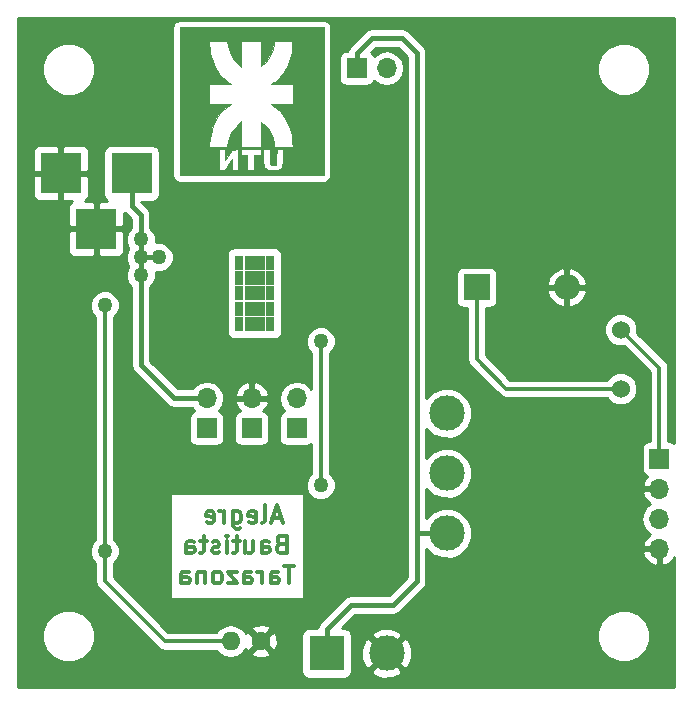
<source format=gbr>
G04 #@! TF.FileFunction,Copper,L2,Bot,Signal*
%FSLAX46Y46*%
G04 Gerber Fmt 4.6, Leading zero omitted, Abs format (unit mm)*
G04 Created by KiCad (PCBNEW 4.0.7) date 10/02/18 03:43:02*
%MOMM*%
%LPD*%
G01*
G04 APERTURE LIST*
%ADD10C,0.100000*%
%ADD11C,0.300000*%
%ADD12C,0.010000*%
%ADD13R,3.500000X3.500000*%
%ADD14R,1.700000X1.700000*%
%ADD15O,1.700000X1.700000*%
%ADD16R,2.200000X2.200000*%
%ADD17O,2.200000X2.200000*%
%ADD18C,1.524000*%
%ADD19C,1.600000*%
%ADD20O,1.600000X1.600000*%
%ADD21R,0.800000X1.300000*%
%ADD22R,1.800000X1.300000*%
%ADD23R,3.000000X3.000000*%
%ADD24C,3.000000*%
%ADD25C,1.270000*%
%ADD26C,0.400000*%
%ADD27C,0.254000*%
G04 APERTURE END LIST*
D10*
D11*
X112969999Y-113016000D02*
X112255713Y-113016000D01*
X113112856Y-113444571D02*
X112612856Y-111944571D01*
X112112856Y-113444571D01*
X111398570Y-113444571D02*
X111541428Y-113373143D01*
X111612856Y-113230286D01*
X111612856Y-111944571D01*
X110255714Y-113373143D02*
X110398571Y-113444571D01*
X110684285Y-113444571D01*
X110827142Y-113373143D01*
X110898571Y-113230286D01*
X110898571Y-112658857D01*
X110827142Y-112516000D01*
X110684285Y-112444571D01*
X110398571Y-112444571D01*
X110255714Y-112516000D01*
X110184285Y-112658857D01*
X110184285Y-112801714D01*
X110898571Y-112944571D01*
X108898571Y-112444571D02*
X108898571Y-113658857D01*
X108970000Y-113801714D01*
X109041428Y-113873143D01*
X109184285Y-113944571D01*
X109398571Y-113944571D01*
X109541428Y-113873143D01*
X108898571Y-113373143D02*
X109041428Y-113444571D01*
X109327142Y-113444571D01*
X109470000Y-113373143D01*
X109541428Y-113301714D01*
X109612857Y-113158857D01*
X109612857Y-112730286D01*
X109541428Y-112587429D01*
X109470000Y-112516000D01*
X109327142Y-112444571D01*
X109041428Y-112444571D01*
X108898571Y-112516000D01*
X108184285Y-113444571D02*
X108184285Y-112444571D01*
X108184285Y-112730286D02*
X108112857Y-112587429D01*
X108041428Y-112516000D01*
X107898571Y-112444571D01*
X107755714Y-112444571D01*
X106684286Y-113373143D02*
X106827143Y-113444571D01*
X107112857Y-113444571D01*
X107255714Y-113373143D01*
X107327143Y-113230286D01*
X107327143Y-112658857D01*
X107255714Y-112516000D01*
X107112857Y-112444571D01*
X106827143Y-112444571D01*
X106684286Y-112516000D01*
X106612857Y-112658857D01*
X106612857Y-112801714D01*
X107327143Y-112944571D01*
X112970000Y-115208857D02*
X112755714Y-115280286D01*
X112684286Y-115351714D01*
X112612857Y-115494571D01*
X112612857Y-115708857D01*
X112684286Y-115851714D01*
X112755714Y-115923143D01*
X112898572Y-115994571D01*
X113470000Y-115994571D01*
X113470000Y-114494571D01*
X112970000Y-114494571D01*
X112827143Y-114566000D01*
X112755714Y-114637429D01*
X112684286Y-114780286D01*
X112684286Y-114923143D01*
X112755714Y-115066000D01*
X112827143Y-115137429D01*
X112970000Y-115208857D01*
X113470000Y-115208857D01*
X111327143Y-115994571D02*
X111327143Y-115208857D01*
X111398572Y-115066000D01*
X111541429Y-114994571D01*
X111827143Y-114994571D01*
X111970000Y-115066000D01*
X111327143Y-115923143D02*
X111470000Y-115994571D01*
X111827143Y-115994571D01*
X111970000Y-115923143D01*
X112041429Y-115780286D01*
X112041429Y-115637429D01*
X111970000Y-115494571D01*
X111827143Y-115423143D01*
X111470000Y-115423143D01*
X111327143Y-115351714D01*
X109970000Y-114994571D02*
X109970000Y-115994571D01*
X110612857Y-114994571D02*
X110612857Y-115780286D01*
X110541429Y-115923143D01*
X110398571Y-115994571D01*
X110184286Y-115994571D01*
X110041429Y-115923143D01*
X109970000Y-115851714D01*
X109470000Y-114994571D02*
X108898571Y-114994571D01*
X109255714Y-114494571D02*
X109255714Y-115780286D01*
X109184286Y-115923143D01*
X109041428Y-115994571D01*
X108898571Y-115994571D01*
X108398571Y-115994571D02*
X108398571Y-114994571D01*
X108398571Y-114494571D02*
X108470000Y-114566000D01*
X108398571Y-114637429D01*
X108327143Y-114566000D01*
X108398571Y-114494571D01*
X108398571Y-114637429D01*
X107755714Y-115923143D02*
X107612857Y-115994571D01*
X107327142Y-115994571D01*
X107184285Y-115923143D01*
X107112857Y-115780286D01*
X107112857Y-115708857D01*
X107184285Y-115566000D01*
X107327142Y-115494571D01*
X107541428Y-115494571D01*
X107684285Y-115423143D01*
X107755714Y-115280286D01*
X107755714Y-115208857D01*
X107684285Y-115066000D01*
X107541428Y-114994571D01*
X107327142Y-114994571D01*
X107184285Y-115066000D01*
X106684285Y-114994571D02*
X106112856Y-114994571D01*
X106469999Y-114494571D02*
X106469999Y-115780286D01*
X106398571Y-115923143D01*
X106255713Y-115994571D01*
X106112856Y-115994571D01*
X104969999Y-115994571D02*
X104969999Y-115208857D01*
X105041428Y-115066000D01*
X105184285Y-114994571D01*
X105469999Y-114994571D01*
X105612856Y-115066000D01*
X104969999Y-115923143D02*
X105112856Y-115994571D01*
X105469999Y-115994571D01*
X105612856Y-115923143D01*
X105684285Y-115780286D01*
X105684285Y-115637429D01*
X105612856Y-115494571D01*
X105469999Y-115423143D01*
X105112856Y-115423143D01*
X104969999Y-115351714D01*
X114112857Y-117044571D02*
X113255714Y-117044571D01*
X113684285Y-118544571D02*
X113684285Y-117044571D01*
X112112857Y-118544571D02*
X112112857Y-117758857D01*
X112184286Y-117616000D01*
X112327143Y-117544571D01*
X112612857Y-117544571D01*
X112755714Y-117616000D01*
X112112857Y-118473143D02*
X112255714Y-118544571D01*
X112612857Y-118544571D01*
X112755714Y-118473143D01*
X112827143Y-118330286D01*
X112827143Y-118187429D01*
X112755714Y-118044571D01*
X112612857Y-117973143D01*
X112255714Y-117973143D01*
X112112857Y-117901714D01*
X111398571Y-118544571D02*
X111398571Y-117544571D01*
X111398571Y-117830286D02*
X111327143Y-117687429D01*
X111255714Y-117616000D01*
X111112857Y-117544571D01*
X110970000Y-117544571D01*
X109827143Y-118544571D02*
X109827143Y-117758857D01*
X109898572Y-117616000D01*
X110041429Y-117544571D01*
X110327143Y-117544571D01*
X110470000Y-117616000D01*
X109827143Y-118473143D02*
X109970000Y-118544571D01*
X110327143Y-118544571D01*
X110470000Y-118473143D01*
X110541429Y-118330286D01*
X110541429Y-118187429D01*
X110470000Y-118044571D01*
X110327143Y-117973143D01*
X109970000Y-117973143D01*
X109827143Y-117901714D01*
X109255714Y-117544571D02*
X108470000Y-117544571D01*
X109255714Y-118544571D01*
X108470000Y-118544571D01*
X107684285Y-118544571D02*
X107827143Y-118473143D01*
X107898571Y-118401714D01*
X107970000Y-118258857D01*
X107970000Y-117830286D01*
X107898571Y-117687429D01*
X107827143Y-117616000D01*
X107684285Y-117544571D01*
X107470000Y-117544571D01*
X107327143Y-117616000D01*
X107255714Y-117687429D01*
X107184285Y-117830286D01*
X107184285Y-118258857D01*
X107255714Y-118401714D01*
X107327143Y-118473143D01*
X107470000Y-118544571D01*
X107684285Y-118544571D01*
X106541428Y-117544571D02*
X106541428Y-118544571D01*
X106541428Y-117687429D02*
X106470000Y-117616000D01*
X106327142Y-117544571D01*
X106112857Y-117544571D01*
X105970000Y-117616000D01*
X105898571Y-117758857D01*
X105898571Y-118544571D01*
X104541428Y-118544571D02*
X104541428Y-117758857D01*
X104612857Y-117616000D01*
X104755714Y-117544571D01*
X105041428Y-117544571D01*
X105184285Y-117616000D01*
X104541428Y-118473143D02*
X104684285Y-118544571D01*
X105041428Y-118544571D01*
X105184285Y-118473143D01*
X105255714Y-118330286D01*
X105255714Y-118187429D01*
X105184285Y-118044571D01*
X105041428Y-117973143D01*
X104684285Y-117973143D01*
X104541428Y-117901714D01*
D12*
G36*
X104394000Y-83972400D02*
X116586000Y-83972400D01*
X116586000Y-81788000D01*
X113139280Y-81788000D01*
X113122740Y-82495263D01*
X113115180Y-82778068D01*
X113105803Y-82978250D01*
X113091383Y-83114778D01*
X113068693Y-83206618D01*
X113034507Y-83272740D01*
X112985596Y-83332110D01*
X112979200Y-83339019D01*
X112864607Y-83446334D01*
X112744965Y-83512833D01*
X112591107Y-83548023D01*
X112373865Y-83561414D01*
X112293400Y-83562590D01*
X112063397Y-83554976D01*
X111898843Y-83523081D01*
X111769644Y-83463097D01*
X111648675Y-83370255D01*
X111561811Y-83250913D01*
X111504124Y-83088398D01*
X111470685Y-82866033D01*
X111456565Y-82567145D01*
X111455200Y-82399231D01*
X111455200Y-81788000D01*
X111252000Y-81788000D01*
X111252000Y-82245200D01*
X110693200Y-82245200D01*
X110693200Y-83566000D01*
X110134400Y-83566000D01*
X109372400Y-83566000D01*
X108868213Y-83566000D01*
X108853607Y-83096100D01*
X108839000Y-82626200D01*
X108201380Y-83566000D01*
X107696000Y-83566000D01*
X107696000Y-81788000D01*
X108200188Y-81788000D01*
X108229400Y-82709650D01*
X108844968Y-81813400D01*
X109372400Y-81782690D01*
X109372400Y-83566000D01*
X110134400Y-83566000D01*
X110134400Y-82245200D01*
X109575600Y-82245200D01*
X109575600Y-81788000D01*
X111252000Y-81788000D01*
X111455200Y-81788000D01*
X112014000Y-81788000D01*
X112014000Y-82393971D01*
X112016727Y-82667494D01*
X112026271Y-82857102D01*
X112044677Y-82980368D01*
X112073991Y-83054866D01*
X112093829Y-83079771D01*
X112211058Y-83142415D01*
X112356793Y-83155820D01*
X112482754Y-83118838D01*
X112516680Y-83089811D01*
X112542993Y-83007935D01*
X112564701Y-82840806D01*
X112580146Y-82604730D01*
X112586400Y-82404202D01*
X112598200Y-81788382D01*
X113139280Y-81788000D01*
X116586000Y-81788000D01*
X116586000Y-76301600D01*
X113997717Y-76301600D01*
X113983759Y-77118943D01*
X113969800Y-77936286D01*
X113068100Y-77929683D01*
X112778474Y-77929702D01*
X112527857Y-77933806D01*
X112332303Y-77941396D01*
X112207868Y-77951872D01*
X112169949Y-77963240D01*
X112209876Y-78010417D01*
X112312262Y-78098640D01*
X112456534Y-78210403D01*
X112485814Y-78232000D01*
X112883694Y-78583875D01*
X113228503Y-79012286D01*
X113513131Y-79503159D01*
X113730467Y-80042420D01*
X113873403Y-80615995D01*
X113929369Y-81089500D01*
X113959175Y-81584800D01*
X112426626Y-81584800D01*
X112394054Y-81343500D01*
X112288454Y-80866444D01*
X112109588Y-80420225D01*
X111867834Y-80026376D01*
X111629689Y-79757361D01*
X111490901Y-79632631D01*
X111376532Y-79541678D01*
X111309277Y-79502398D01*
X111305841Y-79502000D01*
X111285109Y-79550322D01*
X111269443Y-79696035D01*
X111258785Y-79940254D01*
X111253080Y-80284097D01*
X111252000Y-80568800D01*
X111252000Y-81635600D01*
X109628382Y-81635600D01*
X109601000Y-79425800D01*
X109244477Y-79781400D01*
X108956954Y-80106231D01*
X108747686Y-80439055D01*
X108600046Y-80811367D01*
X108513894Y-81165170D01*
X108432600Y-81584466D01*
X107654788Y-81584633D01*
X106876975Y-81584800D01*
X106903392Y-81368900D01*
X106922913Y-81197451D01*
X106945684Y-80980595D01*
X106961099Y-80824264D01*
X107015481Y-80497509D01*
X107114415Y-80126739D01*
X107244825Y-79751614D01*
X107393634Y-79411794D01*
X107478867Y-79253834D01*
X107642820Y-79008658D01*
X107847255Y-78750585D01*
X108069935Y-78504046D01*
X108288620Y-78293471D01*
X108481072Y-78143292D01*
X108501494Y-78130400D01*
X108623494Y-78048290D01*
X108698934Y-77983026D01*
X108710634Y-77963083D01*
X108662974Y-77950993D01*
X108529737Y-77941999D01*
X108326916Y-77936545D01*
X108070498Y-77935076D01*
X107797540Y-77937683D01*
X106883079Y-77952600D01*
X106883140Y-77127100D01*
X106883200Y-76301600D01*
X108786844Y-76301600D01*
X108529346Y-76128190D01*
X108282952Y-75932734D01*
X108019671Y-75674331D01*
X107765883Y-75381960D01*
X107547972Y-75084599D01*
X107478867Y-74974310D01*
X107325529Y-74671411D01*
X107183328Y-74311030D01*
X107065373Y-73932912D01*
X106984773Y-73576801D01*
X106961099Y-73404535D01*
X106939714Y-73189918D01*
X106917224Y-72979595D01*
X106903392Y-72859900D01*
X106876975Y-72644000D01*
X107654788Y-72644166D01*
X108432600Y-72644333D01*
X108517828Y-73083706D01*
X108640767Y-73545614D01*
X108822122Y-73939242D01*
X109073630Y-74286550D01*
X109266943Y-74485446D01*
X109601000Y-74797998D01*
X109614711Y-73720999D01*
X109628421Y-72644000D01*
X111252000Y-72644000D01*
X111252000Y-73685400D01*
X111254515Y-74091126D01*
X111262091Y-74396365D01*
X111274781Y-74602105D01*
X111292636Y-74709335D01*
X111305841Y-74726800D01*
X111366768Y-74694049D01*
X111477217Y-74607728D01*
X111614491Y-74485733D01*
X111629689Y-74471438D01*
X111915309Y-74136670D01*
X112146559Y-73731855D01*
X112313062Y-73278527D01*
X112394054Y-72885300D01*
X112426626Y-72644000D01*
X113944400Y-72644000D01*
X113944401Y-72976341D01*
X113896316Y-73561193D01*
X113757201Y-74137662D01*
X113534765Y-74690231D01*
X113236714Y-75203382D01*
X112870758Y-75661594D01*
X112444605Y-76049351D01*
X112402112Y-76081336D01*
X112104424Y-76301600D01*
X113997717Y-76301600D01*
X116586000Y-76301600D01*
X116586000Y-71475600D01*
X104394000Y-71475600D01*
X104394000Y-83972400D01*
X104394000Y-83972400D01*
G37*
X104394000Y-83972400D02*
X116586000Y-83972400D01*
X116586000Y-81788000D01*
X113139280Y-81788000D01*
X113122740Y-82495263D01*
X113115180Y-82778068D01*
X113105803Y-82978250D01*
X113091383Y-83114778D01*
X113068693Y-83206618D01*
X113034507Y-83272740D01*
X112985596Y-83332110D01*
X112979200Y-83339019D01*
X112864607Y-83446334D01*
X112744965Y-83512833D01*
X112591107Y-83548023D01*
X112373865Y-83561414D01*
X112293400Y-83562590D01*
X112063397Y-83554976D01*
X111898843Y-83523081D01*
X111769644Y-83463097D01*
X111648675Y-83370255D01*
X111561811Y-83250913D01*
X111504124Y-83088398D01*
X111470685Y-82866033D01*
X111456565Y-82567145D01*
X111455200Y-82399231D01*
X111455200Y-81788000D01*
X111252000Y-81788000D01*
X111252000Y-82245200D01*
X110693200Y-82245200D01*
X110693200Y-83566000D01*
X110134400Y-83566000D01*
X109372400Y-83566000D01*
X108868213Y-83566000D01*
X108853607Y-83096100D01*
X108839000Y-82626200D01*
X108201380Y-83566000D01*
X107696000Y-83566000D01*
X107696000Y-81788000D01*
X108200188Y-81788000D01*
X108229400Y-82709650D01*
X108844968Y-81813400D01*
X109372400Y-81782690D01*
X109372400Y-83566000D01*
X110134400Y-83566000D01*
X110134400Y-82245200D01*
X109575600Y-82245200D01*
X109575600Y-81788000D01*
X111252000Y-81788000D01*
X111455200Y-81788000D01*
X112014000Y-81788000D01*
X112014000Y-82393971D01*
X112016727Y-82667494D01*
X112026271Y-82857102D01*
X112044677Y-82980368D01*
X112073991Y-83054866D01*
X112093829Y-83079771D01*
X112211058Y-83142415D01*
X112356793Y-83155820D01*
X112482754Y-83118838D01*
X112516680Y-83089811D01*
X112542993Y-83007935D01*
X112564701Y-82840806D01*
X112580146Y-82604730D01*
X112586400Y-82404202D01*
X112598200Y-81788382D01*
X113139280Y-81788000D01*
X116586000Y-81788000D01*
X116586000Y-76301600D01*
X113997717Y-76301600D01*
X113983759Y-77118943D01*
X113969800Y-77936286D01*
X113068100Y-77929683D01*
X112778474Y-77929702D01*
X112527857Y-77933806D01*
X112332303Y-77941396D01*
X112207868Y-77951872D01*
X112169949Y-77963240D01*
X112209876Y-78010417D01*
X112312262Y-78098640D01*
X112456534Y-78210403D01*
X112485814Y-78232000D01*
X112883694Y-78583875D01*
X113228503Y-79012286D01*
X113513131Y-79503159D01*
X113730467Y-80042420D01*
X113873403Y-80615995D01*
X113929369Y-81089500D01*
X113959175Y-81584800D01*
X112426626Y-81584800D01*
X112394054Y-81343500D01*
X112288454Y-80866444D01*
X112109588Y-80420225D01*
X111867834Y-80026376D01*
X111629689Y-79757361D01*
X111490901Y-79632631D01*
X111376532Y-79541678D01*
X111309277Y-79502398D01*
X111305841Y-79502000D01*
X111285109Y-79550322D01*
X111269443Y-79696035D01*
X111258785Y-79940254D01*
X111253080Y-80284097D01*
X111252000Y-80568800D01*
X111252000Y-81635600D01*
X109628382Y-81635600D01*
X109601000Y-79425800D01*
X109244477Y-79781400D01*
X108956954Y-80106231D01*
X108747686Y-80439055D01*
X108600046Y-80811367D01*
X108513894Y-81165170D01*
X108432600Y-81584466D01*
X107654788Y-81584633D01*
X106876975Y-81584800D01*
X106903392Y-81368900D01*
X106922913Y-81197451D01*
X106945684Y-80980595D01*
X106961099Y-80824264D01*
X107015481Y-80497509D01*
X107114415Y-80126739D01*
X107244825Y-79751614D01*
X107393634Y-79411794D01*
X107478867Y-79253834D01*
X107642820Y-79008658D01*
X107847255Y-78750585D01*
X108069935Y-78504046D01*
X108288620Y-78293471D01*
X108481072Y-78143292D01*
X108501494Y-78130400D01*
X108623494Y-78048290D01*
X108698934Y-77983026D01*
X108710634Y-77963083D01*
X108662974Y-77950993D01*
X108529737Y-77941999D01*
X108326916Y-77936545D01*
X108070498Y-77935076D01*
X107797540Y-77937683D01*
X106883079Y-77952600D01*
X106883140Y-77127100D01*
X106883200Y-76301600D01*
X108786844Y-76301600D01*
X108529346Y-76128190D01*
X108282952Y-75932734D01*
X108019671Y-75674331D01*
X107765883Y-75381960D01*
X107547972Y-75084599D01*
X107478867Y-74974310D01*
X107325529Y-74671411D01*
X107183328Y-74311030D01*
X107065373Y-73932912D01*
X106984773Y-73576801D01*
X106961099Y-73404535D01*
X106939714Y-73189918D01*
X106917224Y-72979595D01*
X106903392Y-72859900D01*
X106876975Y-72644000D01*
X107654788Y-72644166D01*
X108432600Y-72644333D01*
X108517828Y-73083706D01*
X108640767Y-73545614D01*
X108822122Y-73939242D01*
X109073630Y-74286550D01*
X109266943Y-74485446D01*
X109601000Y-74797998D01*
X109614711Y-73720999D01*
X109628421Y-72644000D01*
X111252000Y-72644000D01*
X111252000Y-73685400D01*
X111254515Y-74091126D01*
X111262091Y-74396365D01*
X111274781Y-74602105D01*
X111292636Y-74709335D01*
X111305841Y-74726800D01*
X111366768Y-74694049D01*
X111477217Y-74607728D01*
X111614491Y-74485733D01*
X111629689Y-74471438D01*
X111915309Y-74136670D01*
X112146559Y-73731855D01*
X112313062Y-73278527D01*
X112394054Y-72885300D01*
X112426626Y-72644000D01*
X113944400Y-72644000D01*
X113944401Y-72976341D01*
X113896316Y-73561193D01*
X113757201Y-74137662D01*
X113534765Y-74690231D01*
X113236714Y-75203382D01*
X112870758Y-75661594D01*
X112444605Y-76049351D01*
X112402112Y-76081336D01*
X112104424Y-76301600D01*
X113997717Y-76301600D01*
X116586000Y-76301600D01*
X116586000Y-71475600D01*
X104394000Y-71475600D01*
X104394000Y-83972400D01*
D13*
X100330000Y-83820000D03*
X94330000Y-83820000D03*
X97330000Y-88520000D03*
D14*
X114300000Y-105410000D03*
D15*
X114300000Y-102870000D03*
D16*
X129540000Y-93472000D03*
D17*
X137160000Y-93472000D03*
D18*
X141732000Y-102068000D03*
X141732000Y-97068000D03*
D14*
X145000000Y-108000000D03*
D15*
X145000000Y-110540000D03*
X145000000Y-113080000D03*
X145000000Y-115620000D03*
D19*
X111252000Y-123444000D03*
D20*
X108712000Y-123444000D03*
D21*
X112044000Y-91380000D03*
D22*
X110744000Y-96580000D03*
X110744000Y-95280000D03*
X110744000Y-91380000D03*
X110744000Y-92680000D03*
X110744000Y-93980000D03*
D21*
X109444000Y-91380000D03*
X109444000Y-92680000D03*
X109444000Y-93980000D03*
X109444000Y-95280000D03*
X109444000Y-96580000D03*
X112044000Y-96580000D03*
X112044000Y-95280000D03*
X112044000Y-93980000D03*
X112044000Y-92680000D03*
D14*
X106680000Y-105410000D03*
D15*
X106680000Y-102870000D03*
D14*
X110490000Y-105410000D03*
D15*
X110490000Y-102870000D03*
D23*
X116840000Y-124460000D03*
D24*
X121920000Y-124460000D03*
D14*
X119380000Y-74930000D03*
D15*
X121920000Y-74930000D03*
D24*
X127000000Y-104140000D03*
X127000000Y-114300000D03*
X127000000Y-109220000D03*
D25*
X101092000Y-90932000D03*
X102616000Y-90932000D03*
X101092000Y-89408000D03*
X101092000Y-92456000D03*
X98044000Y-94996000D03*
X98044000Y-115824000D03*
X116332000Y-110236000D03*
X116332000Y-98044000D03*
D26*
X119380000Y-74930000D02*
X119380000Y-73660000D01*
X119380000Y-73660000D02*
X120650000Y-72390000D01*
X120650000Y-72390000D02*
X123190000Y-72390000D01*
X123190000Y-72390000D02*
X124460000Y-73660000D01*
X124460000Y-73660000D02*
X124460000Y-114300000D01*
X116840000Y-124460000D02*
X116840000Y-122428000D01*
X122428000Y-120396000D02*
X124460000Y-118364000D01*
X118872000Y-120396000D02*
X122428000Y-120396000D01*
X116840000Y-122428000D02*
X118872000Y-120396000D01*
X124460000Y-114300000D02*
X127000000Y-114300000D01*
X124460000Y-118364000D02*
X124460000Y-113792000D01*
X124460000Y-113792000D02*
X124460000Y-114300000D01*
X101092000Y-92456000D02*
X101092000Y-100076000D01*
X103886000Y-102870000D02*
X106680000Y-102870000D01*
X101092000Y-100076000D02*
X103886000Y-102870000D01*
X101092000Y-89408000D02*
X101092000Y-87376000D01*
X100330000Y-86614000D02*
X100330000Y-83820000D01*
X101092000Y-87376000D02*
X100330000Y-86614000D01*
X101092000Y-90932000D02*
X102616000Y-90932000D01*
X101092000Y-89408000D02*
X101092000Y-90932000D01*
X101092000Y-90932000D02*
X101092000Y-92456000D01*
D11*
X141732000Y-97068000D02*
X141772000Y-97068000D01*
X141772000Y-97068000D02*
X145000000Y-100296000D01*
X145000000Y-100296000D02*
X145000000Y-108000000D01*
X129540000Y-93472000D02*
X129540000Y-99568000D01*
X132040000Y-102068000D02*
X141732000Y-102068000D01*
X129540000Y-99568000D02*
X132040000Y-102068000D01*
X98044000Y-114808000D02*
X98044000Y-115824000D01*
X98044000Y-111252000D02*
X98044000Y-114808000D01*
X98044000Y-104140000D02*
X98044000Y-111252000D01*
X98044000Y-94996000D02*
X98044000Y-104140000D01*
X98044000Y-115824000D02*
X98044000Y-118364000D01*
X103124000Y-123444000D02*
X108712000Y-123444000D01*
X98044000Y-118364000D02*
X103124000Y-123444000D01*
X116332000Y-109220000D02*
X116332000Y-110236000D01*
X116332000Y-98044000D02*
X116332000Y-109220000D01*
D27*
G36*
X146290000Y-106682099D02*
X146101890Y-106553569D01*
X145850000Y-106502560D01*
X145785000Y-106502560D01*
X145785000Y-100296000D01*
X145725245Y-99995594D01*
X145725245Y-99995593D01*
X145555079Y-99740921D01*
X143128785Y-97314627D01*
X143129242Y-96791339D01*
X142917010Y-96277697D01*
X142524370Y-95884371D01*
X142011100Y-95671243D01*
X141455339Y-95670758D01*
X140941697Y-95882990D01*
X140548371Y-96275630D01*
X140335243Y-96788900D01*
X140334758Y-97344661D01*
X140546990Y-97858303D01*
X140939630Y-98251629D01*
X141452900Y-98464757D01*
X142008661Y-98465242D01*
X142044341Y-98450499D01*
X144215000Y-100621158D01*
X144215000Y-106502560D01*
X144150000Y-106502560D01*
X143914683Y-106546838D01*
X143698559Y-106685910D01*
X143553569Y-106898110D01*
X143502560Y-107150000D01*
X143502560Y-108850000D01*
X143546838Y-109085317D01*
X143685910Y-109301441D01*
X143898110Y-109446431D01*
X144006107Y-109468301D01*
X143728355Y-109773076D01*
X143558524Y-110183110D01*
X143679845Y-110413000D01*
X144873000Y-110413000D01*
X144873000Y-110393000D01*
X145127000Y-110393000D01*
X145127000Y-110413000D01*
X145147000Y-110413000D01*
X145147000Y-110667000D01*
X145127000Y-110667000D01*
X145127000Y-110687000D01*
X144873000Y-110687000D01*
X144873000Y-110667000D01*
X143679845Y-110667000D01*
X143558524Y-110896890D01*
X143728355Y-111306924D01*
X144118642Y-111735183D01*
X144261553Y-111802298D01*
X143920853Y-112029946D01*
X143598946Y-112511715D01*
X143485907Y-113080000D01*
X143598946Y-113648285D01*
X143920853Y-114130054D01*
X144261553Y-114357702D01*
X144118642Y-114424817D01*
X143728355Y-114853076D01*
X143558524Y-115263110D01*
X143679845Y-115493000D01*
X144873000Y-115493000D01*
X144873000Y-115473000D01*
X145127000Y-115473000D01*
X145127000Y-115493000D01*
X145147000Y-115493000D01*
X145147000Y-115747000D01*
X145127000Y-115747000D01*
X145127000Y-116940819D01*
X145356892Y-117061486D01*
X145881358Y-116815183D01*
X146271645Y-116386924D01*
X146290000Y-116342608D01*
X146290000Y-127290000D01*
X90710000Y-127290000D01*
X90710000Y-123442619D01*
X92764613Y-123442619D01*
X93104155Y-124264372D01*
X93732321Y-124893636D01*
X94553481Y-125234611D01*
X95442619Y-125235387D01*
X96264372Y-124895845D01*
X96893636Y-124267679D01*
X97234611Y-123446519D01*
X97235387Y-122557381D01*
X96895845Y-121735628D01*
X96267679Y-121106364D01*
X95446519Y-120765389D01*
X94557381Y-120764613D01*
X93735628Y-121104155D01*
X93106364Y-121732321D01*
X92765389Y-122553481D01*
X92764613Y-123442619D01*
X90710000Y-123442619D01*
X90710000Y-95247510D01*
X96773780Y-95247510D01*
X96966718Y-95714458D01*
X97259000Y-96007250D01*
X97259000Y-114813144D01*
X96967974Y-115103663D01*
X96774221Y-115570273D01*
X96773780Y-116075510D01*
X96966718Y-116542458D01*
X97259000Y-116835250D01*
X97259000Y-118364000D01*
X97318755Y-118664407D01*
X97488921Y-118919079D01*
X102568921Y-123999079D01*
X102823594Y-124169245D01*
X103124000Y-124229000D01*
X107515709Y-124229000D01*
X107669189Y-124458698D01*
X108134736Y-124769767D01*
X108683887Y-124879000D01*
X108740113Y-124879000D01*
X109289264Y-124769767D01*
X109754811Y-124458698D01*
X109759456Y-124451745D01*
X110423861Y-124451745D01*
X110497995Y-124697864D01*
X111035223Y-124890965D01*
X111605454Y-124863778D01*
X112006005Y-124697864D01*
X112080139Y-124451745D01*
X111252000Y-123623605D01*
X110423861Y-124451745D01*
X109759456Y-124451745D01*
X109971679Y-124134132D01*
X109998136Y-124198005D01*
X110244255Y-124272139D01*
X111072395Y-123444000D01*
X111431605Y-123444000D01*
X112259745Y-124272139D01*
X112505864Y-124198005D01*
X112698965Y-123660777D01*
X112671778Y-123090546D01*
X112617704Y-122960000D01*
X114692560Y-122960000D01*
X114692560Y-125960000D01*
X114736838Y-126195317D01*
X114875910Y-126411441D01*
X115088110Y-126556431D01*
X115340000Y-126607440D01*
X118340000Y-126607440D01*
X118575317Y-126563162D01*
X118791441Y-126424090D01*
X118936431Y-126211890D01*
X118984611Y-125973970D01*
X120585635Y-125973970D01*
X120745418Y-126292739D01*
X121536187Y-126602723D01*
X122385387Y-126586497D01*
X123094582Y-126292739D01*
X123254365Y-125973970D01*
X121920000Y-124639605D01*
X120585635Y-125973970D01*
X118984611Y-125973970D01*
X118987440Y-125960000D01*
X118987440Y-124076187D01*
X119777277Y-124076187D01*
X119793503Y-124925387D01*
X120087261Y-125634582D01*
X120406030Y-125794365D01*
X121740395Y-124460000D01*
X122099605Y-124460000D01*
X123433970Y-125794365D01*
X123752739Y-125634582D01*
X124062723Y-124843813D01*
X124046497Y-123994613D01*
X123817854Y-123442619D01*
X139764613Y-123442619D01*
X140104155Y-124264372D01*
X140732321Y-124893636D01*
X141553481Y-125234611D01*
X142442619Y-125235387D01*
X143264372Y-124895845D01*
X143893636Y-124267679D01*
X144234611Y-123446519D01*
X144235387Y-122557381D01*
X143895845Y-121735628D01*
X143267679Y-121106364D01*
X142446519Y-120765389D01*
X141557381Y-120764613D01*
X140735628Y-121104155D01*
X140106364Y-121732321D01*
X139765389Y-122553481D01*
X139764613Y-123442619D01*
X123817854Y-123442619D01*
X123752739Y-123285418D01*
X123433970Y-123125635D01*
X122099605Y-124460000D01*
X121740395Y-124460000D01*
X120406030Y-123125635D01*
X120087261Y-123285418D01*
X119777277Y-124076187D01*
X118987440Y-124076187D01*
X118987440Y-122960000D01*
X118984812Y-122946030D01*
X120585635Y-122946030D01*
X121920000Y-124280395D01*
X123254365Y-122946030D01*
X123094582Y-122627261D01*
X122303813Y-122317277D01*
X121454613Y-122333503D01*
X120745418Y-122627261D01*
X120585635Y-122946030D01*
X118984812Y-122946030D01*
X118943162Y-122724683D01*
X118804090Y-122508559D01*
X118591890Y-122363569D01*
X118340000Y-122312560D01*
X118136308Y-122312560D01*
X119217868Y-121231000D01*
X122428000Y-121231000D01*
X122747541Y-121167439D01*
X123018434Y-120986434D01*
X125050434Y-118954434D01*
X125074057Y-118919079D01*
X125231439Y-118683541D01*
X125295000Y-118364000D01*
X125295000Y-115614005D01*
X125789041Y-116108909D01*
X126573459Y-116434628D01*
X127422815Y-116435370D01*
X128207800Y-116111020D01*
X128342164Y-115976890D01*
X143558524Y-115976890D01*
X143728355Y-116386924D01*
X144118642Y-116815183D01*
X144643108Y-117061486D01*
X144873000Y-116940819D01*
X144873000Y-115747000D01*
X143679845Y-115747000D01*
X143558524Y-115976890D01*
X128342164Y-115976890D01*
X128808909Y-115510959D01*
X129134628Y-114726541D01*
X129135370Y-113877185D01*
X128811020Y-113092200D01*
X128210959Y-112491091D01*
X127426541Y-112165372D01*
X126577185Y-112164630D01*
X125792200Y-112488980D01*
X125295000Y-112985313D01*
X125295000Y-110534005D01*
X125789041Y-111028909D01*
X126573459Y-111354628D01*
X127422815Y-111355370D01*
X128207800Y-111031020D01*
X128808909Y-110430959D01*
X129134628Y-109646541D01*
X129135370Y-108797185D01*
X128811020Y-108012200D01*
X128210959Y-107411091D01*
X127426541Y-107085372D01*
X126577185Y-107084630D01*
X125792200Y-107408980D01*
X125295000Y-107905313D01*
X125295000Y-105454005D01*
X125789041Y-105948909D01*
X126573459Y-106274628D01*
X127422815Y-106275370D01*
X128207800Y-105951020D01*
X128808909Y-105350959D01*
X129134628Y-104566541D01*
X129135370Y-103717185D01*
X128811020Y-102932200D01*
X128210959Y-102331091D01*
X127426541Y-102005372D01*
X126577185Y-102004630D01*
X125792200Y-102328980D01*
X125295000Y-102825313D01*
X125295000Y-92372000D01*
X127792560Y-92372000D01*
X127792560Y-94572000D01*
X127836838Y-94807317D01*
X127975910Y-95023441D01*
X128188110Y-95168431D01*
X128440000Y-95219440D01*
X128755000Y-95219440D01*
X128755000Y-99568000D01*
X128814755Y-99868407D01*
X128984921Y-100123079D01*
X131484921Y-102623079D01*
X131739594Y-102793245D01*
X132040000Y-102853000D01*
X140544799Y-102853000D01*
X140546990Y-102858303D01*
X140939630Y-103251629D01*
X141452900Y-103464757D01*
X142008661Y-103465242D01*
X142522303Y-103253010D01*
X142915629Y-102860370D01*
X143128757Y-102347100D01*
X143129242Y-101791339D01*
X142917010Y-101277697D01*
X142524370Y-100884371D01*
X142011100Y-100671243D01*
X141455339Y-100670758D01*
X140941697Y-100882990D01*
X140548371Y-101275630D01*
X140545311Y-101283000D01*
X132365158Y-101283000D01*
X130325000Y-99242842D01*
X130325000Y-95219440D01*
X130640000Y-95219440D01*
X130875317Y-95175162D01*
X131091441Y-95036090D01*
X131236431Y-94823890D01*
X131287440Y-94572000D01*
X131287440Y-93868122D01*
X135470825Y-93868122D01*
X135685466Y-94386332D01*
X136147608Y-94881012D01*
X136763877Y-95161183D01*
X137033000Y-95043604D01*
X137033000Y-93599000D01*
X137287000Y-93599000D01*
X137287000Y-95043604D01*
X137556123Y-95161183D01*
X138172392Y-94881012D01*
X138634534Y-94386332D01*
X138849175Y-93868122D01*
X138731125Y-93599000D01*
X137287000Y-93599000D01*
X137033000Y-93599000D01*
X135588875Y-93599000D01*
X135470825Y-93868122D01*
X131287440Y-93868122D01*
X131287440Y-93075878D01*
X135470825Y-93075878D01*
X135588875Y-93345000D01*
X137033000Y-93345000D01*
X137033000Y-91900396D01*
X137287000Y-91900396D01*
X137287000Y-93345000D01*
X138731125Y-93345000D01*
X138849175Y-93075878D01*
X138634534Y-92557668D01*
X138172392Y-92062988D01*
X137556123Y-91782817D01*
X137287000Y-91900396D01*
X137033000Y-91900396D01*
X136763877Y-91782817D01*
X136147608Y-92062988D01*
X135685466Y-92557668D01*
X135470825Y-93075878D01*
X131287440Y-93075878D01*
X131287440Y-92372000D01*
X131243162Y-92136683D01*
X131104090Y-91920559D01*
X130891890Y-91775569D01*
X130640000Y-91724560D01*
X128440000Y-91724560D01*
X128204683Y-91768838D01*
X127988559Y-91907910D01*
X127843569Y-92120110D01*
X127792560Y-92372000D01*
X125295000Y-92372000D01*
X125295000Y-75442619D01*
X139764613Y-75442619D01*
X140104155Y-76264372D01*
X140732321Y-76893636D01*
X141553481Y-77234611D01*
X142442619Y-77235387D01*
X143264372Y-76895845D01*
X143893636Y-76267679D01*
X144234611Y-75446519D01*
X144235387Y-74557381D01*
X143895845Y-73735628D01*
X143267679Y-73106364D01*
X142446519Y-72765389D01*
X141557381Y-72764613D01*
X140735628Y-73104155D01*
X140106364Y-73732321D01*
X139765389Y-74553481D01*
X139764613Y-75442619D01*
X125295000Y-75442619D01*
X125295000Y-73660000D01*
X125231439Y-73340459D01*
X125050434Y-73069566D01*
X123780434Y-71799566D01*
X123509541Y-71618561D01*
X123190000Y-71555000D01*
X120650000Y-71555000D01*
X120330459Y-71618561D01*
X120059566Y-71799566D01*
X118789566Y-73069566D01*
X118608561Y-73340459D01*
X118590241Y-73432560D01*
X118530000Y-73432560D01*
X118294683Y-73476838D01*
X118078559Y-73615910D01*
X117933569Y-73828110D01*
X117882560Y-74080000D01*
X117882560Y-75780000D01*
X117926838Y-76015317D01*
X118065910Y-76231441D01*
X118278110Y-76376431D01*
X118530000Y-76427440D01*
X120230000Y-76427440D01*
X120465317Y-76383162D01*
X120681441Y-76244090D01*
X120826431Y-76031890D01*
X120840086Y-75964459D01*
X120869946Y-76009147D01*
X121351715Y-76331054D01*
X121920000Y-76444093D01*
X122488285Y-76331054D01*
X122970054Y-76009147D01*
X123291961Y-75527378D01*
X123405000Y-74959093D01*
X123405000Y-74900907D01*
X123291961Y-74332622D01*
X122970054Y-73850853D01*
X122488285Y-73528946D01*
X121920000Y-73415907D01*
X121351715Y-73528946D01*
X120869946Y-73850853D01*
X120842150Y-73892452D01*
X120833162Y-73844683D01*
X120694090Y-73628559D01*
X120633624Y-73587244D01*
X120995868Y-73225000D01*
X122844132Y-73225000D01*
X123625000Y-74005868D01*
X123625000Y-118018132D01*
X122082132Y-119561000D01*
X118872000Y-119561000D01*
X118552459Y-119624561D01*
X118281566Y-119805566D01*
X116249566Y-121837566D01*
X116068561Y-122108459D01*
X116027963Y-122312560D01*
X115340000Y-122312560D01*
X115104683Y-122356838D01*
X114888559Y-122495910D01*
X114743569Y-122708110D01*
X114692560Y-122960000D01*
X112617704Y-122960000D01*
X112505864Y-122689995D01*
X112259745Y-122615861D01*
X111431605Y-123444000D01*
X111072395Y-123444000D01*
X110244255Y-122615861D01*
X109998136Y-122689995D01*
X109973954Y-122757272D01*
X109759457Y-122436255D01*
X110423861Y-122436255D01*
X111252000Y-123264395D01*
X112080139Y-122436255D01*
X112006005Y-122190136D01*
X111468777Y-121997035D01*
X110898546Y-122024222D01*
X110497995Y-122190136D01*
X110423861Y-122436255D01*
X109759457Y-122436255D01*
X109754811Y-122429302D01*
X109289264Y-122118233D01*
X108740113Y-122009000D01*
X108683887Y-122009000D01*
X108134736Y-122118233D01*
X107669189Y-122429302D01*
X107515709Y-122659000D01*
X103449158Y-122659000D01*
X98829000Y-118038842D01*
X98829000Y-116834856D01*
X99120026Y-116544337D01*
X99313779Y-116077727D01*
X99314220Y-115572490D01*
X99121282Y-115105542D01*
X98829000Y-114812750D01*
X98829000Y-110931000D01*
X103549286Y-110931000D01*
X103549286Y-119851000D01*
X114890715Y-119851000D01*
X114890715Y-110931000D01*
X103549286Y-110931000D01*
X98829000Y-110931000D01*
X98829000Y-96006856D01*
X99120026Y-95716337D01*
X99313779Y-95249727D01*
X99314220Y-94744490D01*
X99121282Y-94277542D01*
X98764337Y-93919974D01*
X98297727Y-93726221D01*
X97792490Y-93725780D01*
X97325542Y-93918718D01*
X96967974Y-94275663D01*
X96774221Y-94742273D01*
X96773780Y-95247510D01*
X90710000Y-95247510D01*
X90710000Y-88805750D01*
X94945000Y-88805750D01*
X94945000Y-90396310D01*
X95041673Y-90629699D01*
X95220302Y-90808327D01*
X95453691Y-90905000D01*
X97044250Y-90905000D01*
X97203000Y-90746250D01*
X97203000Y-88647000D01*
X97457000Y-88647000D01*
X97457000Y-90746250D01*
X97615750Y-90905000D01*
X99206309Y-90905000D01*
X99439698Y-90808327D01*
X99618327Y-90629699D01*
X99715000Y-90396310D01*
X99715000Y-88805750D01*
X99556250Y-88647000D01*
X97457000Y-88647000D01*
X97203000Y-88647000D01*
X95103750Y-88647000D01*
X94945000Y-88805750D01*
X90710000Y-88805750D01*
X90710000Y-84105750D01*
X91945000Y-84105750D01*
X91945000Y-85696310D01*
X92041673Y-85929699D01*
X92220302Y-86108327D01*
X92453691Y-86205000D01*
X94044250Y-86205000D01*
X94203000Y-86046250D01*
X94203000Y-83947000D01*
X94457000Y-83947000D01*
X94457000Y-86046250D01*
X94615750Y-86205000D01*
X95284696Y-86205000D01*
X95220302Y-86231673D01*
X95041673Y-86410301D01*
X94945000Y-86643690D01*
X94945000Y-88234250D01*
X95103750Y-88393000D01*
X97203000Y-88393000D01*
X97203000Y-86293750D01*
X97457000Y-86293750D01*
X97457000Y-88393000D01*
X99556250Y-88393000D01*
X99715000Y-88234250D01*
X99715000Y-87167668D01*
X99739566Y-87204434D01*
X100257000Y-87721868D01*
X100257000Y-88447057D01*
X100015974Y-88687663D01*
X99822221Y-89154273D01*
X99821780Y-89659510D01*
X100014718Y-90126458D01*
X100057947Y-90169763D01*
X100015974Y-90211663D01*
X99822221Y-90678273D01*
X99821780Y-91183510D01*
X100014718Y-91650458D01*
X100057947Y-91693763D01*
X100015974Y-91735663D01*
X99822221Y-92202273D01*
X99821780Y-92707510D01*
X100014718Y-93174458D01*
X100257000Y-93417163D01*
X100257000Y-100076000D01*
X100320561Y-100395541D01*
X100454775Y-100596406D01*
X100501566Y-100666434D01*
X103295566Y-103460434D01*
X103566460Y-103641440D01*
X103886000Y-103705000D01*
X105457159Y-103705000D01*
X105600853Y-103920054D01*
X105642452Y-103947850D01*
X105594683Y-103956838D01*
X105378559Y-104095910D01*
X105233569Y-104308110D01*
X105182560Y-104560000D01*
X105182560Y-106260000D01*
X105226838Y-106495317D01*
X105365910Y-106711441D01*
X105578110Y-106856431D01*
X105830000Y-106907440D01*
X107530000Y-106907440D01*
X107765317Y-106863162D01*
X107981441Y-106724090D01*
X108126431Y-106511890D01*
X108177440Y-106260000D01*
X108177440Y-104560000D01*
X108992560Y-104560000D01*
X108992560Y-106260000D01*
X109036838Y-106495317D01*
X109175910Y-106711441D01*
X109388110Y-106856431D01*
X109640000Y-106907440D01*
X111340000Y-106907440D01*
X111575317Y-106863162D01*
X111791441Y-106724090D01*
X111936431Y-106511890D01*
X111987440Y-106260000D01*
X111987440Y-104560000D01*
X111943162Y-104324683D01*
X111804090Y-104108559D01*
X111591890Y-103963569D01*
X111483893Y-103941699D01*
X111761645Y-103636924D01*
X111931476Y-103226890D01*
X111810155Y-102997000D01*
X110617000Y-102997000D01*
X110617000Y-103017000D01*
X110363000Y-103017000D01*
X110363000Y-102997000D01*
X109169845Y-102997000D01*
X109048524Y-103226890D01*
X109218355Y-103636924D01*
X109494501Y-103939937D01*
X109404683Y-103956838D01*
X109188559Y-104095910D01*
X109043569Y-104308110D01*
X108992560Y-104560000D01*
X108177440Y-104560000D01*
X108133162Y-104324683D01*
X107994090Y-104108559D01*
X107781890Y-103963569D01*
X107714459Y-103949914D01*
X107759147Y-103920054D01*
X108081054Y-103438285D01*
X108194093Y-102870000D01*
X112785907Y-102870000D01*
X112898946Y-103438285D01*
X113220853Y-103920054D01*
X113262452Y-103947850D01*
X113214683Y-103956838D01*
X112998559Y-104095910D01*
X112853569Y-104308110D01*
X112802560Y-104560000D01*
X112802560Y-106260000D01*
X112846838Y-106495317D01*
X112985910Y-106711441D01*
X113198110Y-106856431D01*
X113450000Y-106907440D01*
X115150000Y-106907440D01*
X115385317Y-106863162D01*
X115547000Y-106759122D01*
X115547000Y-109225144D01*
X115255974Y-109515663D01*
X115062221Y-109982273D01*
X115061780Y-110487510D01*
X115254718Y-110954458D01*
X115611663Y-111312026D01*
X116078273Y-111505779D01*
X116583510Y-111506220D01*
X117050458Y-111313282D01*
X117408026Y-110956337D01*
X117601779Y-110489727D01*
X117602220Y-109984490D01*
X117409282Y-109517542D01*
X117117000Y-109224750D01*
X117117000Y-99054856D01*
X117408026Y-98764337D01*
X117601779Y-98297727D01*
X117602220Y-97792490D01*
X117409282Y-97325542D01*
X117052337Y-96967974D01*
X116585727Y-96774221D01*
X116080490Y-96773780D01*
X115613542Y-96966718D01*
X115255974Y-97323663D01*
X115062221Y-97790273D01*
X115061780Y-98295510D01*
X115254718Y-98762458D01*
X115547000Y-99055250D01*
X115547000Y-102071156D01*
X115379147Y-101819946D01*
X114897378Y-101498039D01*
X114329093Y-101385000D01*
X114270907Y-101385000D01*
X113702622Y-101498039D01*
X113220853Y-101819946D01*
X112898946Y-102301715D01*
X112785907Y-102870000D01*
X108194093Y-102870000D01*
X108123104Y-102513110D01*
X109048524Y-102513110D01*
X109169845Y-102743000D01*
X110363000Y-102743000D01*
X110363000Y-101549181D01*
X110617000Y-101549181D01*
X110617000Y-102743000D01*
X111810155Y-102743000D01*
X111931476Y-102513110D01*
X111761645Y-102103076D01*
X111371358Y-101674817D01*
X110846892Y-101428514D01*
X110617000Y-101549181D01*
X110363000Y-101549181D01*
X110133108Y-101428514D01*
X109608642Y-101674817D01*
X109218355Y-102103076D01*
X109048524Y-102513110D01*
X108123104Y-102513110D01*
X108081054Y-102301715D01*
X107759147Y-101819946D01*
X107277378Y-101498039D01*
X106709093Y-101385000D01*
X106650907Y-101385000D01*
X106082622Y-101498039D01*
X105600853Y-101819946D01*
X105457159Y-102035000D01*
X104231868Y-102035000D01*
X101927000Y-99730132D01*
X101927000Y-93416943D01*
X102168026Y-93176337D01*
X102361779Y-92709727D01*
X102362220Y-92204490D01*
X102360857Y-92201191D01*
X102362273Y-92201779D01*
X102867510Y-92202220D01*
X103334458Y-92009282D01*
X103692026Y-91652337D01*
X103885779Y-91185727D01*
X103886176Y-90730000D01*
X108396560Y-90730000D01*
X108396560Y-97230000D01*
X108440838Y-97465317D01*
X108579910Y-97681441D01*
X108792110Y-97826431D01*
X109044000Y-97877440D01*
X112444000Y-97877440D01*
X112679317Y-97833162D01*
X112895441Y-97694090D01*
X113040431Y-97481890D01*
X113091440Y-97230000D01*
X113091440Y-90730000D01*
X113047162Y-90494683D01*
X112908090Y-90278559D01*
X112695890Y-90133569D01*
X112444000Y-90082560D01*
X109044000Y-90082560D01*
X108808683Y-90126838D01*
X108592559Y-90265910D01*
X108447569Y-90478110D01*
X108396560Y-90730000D01*
X103886176Y-90730000D01*
X103886220Y-90680490D01*
X103693282Y-90213542D01*
X103336337Y-89855974D01*
X102869727Y-89662221D01*
X102364490Y-89661780D01*
X102361191Y-89663143D01*
X102361779Y-89661727D01*
X102362220Y-89156490D01*
X102169282Y-88689542D01*
X101927000Y-88446837D01*
X101927000Y-87376000D01*
X101863440Y-87056460D01*
X101682434Y-86785566D01*
X101165000Y-86268132D01*
X101165000Y-86217440D01*
X102080000Y-86217440D01*
X102315317Y-86173162D01*
X102531441Y-86034090D01*
X102676431Y-85821890D01*
X102727440Y-85570000D01*
X102727440Y-82070000D01*
X102683162Y-81834683D01*
X102544090Y-81618559D01*
X102331890Y-81473569D01*
X102080000Y-81422560D01*
X98580000Y-81422560D01*
X98344683Y-81466838D01*
X98128559Y-81605910D01*
X97983569Y-81818110D01*
X97932560Y-82070000D01*
X97932560Y-85570000D01*
X97976838Y-85805317D01*
X98115910Y-86021441D01*
X98282109Y-86135000D01*
X97615750Y-86135000D01*
X97457000Y-86293750D01*
X97203000Y-86293750D01*
X97044250Y-86135000D01*
X96375304Y-86135000D01*
X96439698Y-86108327D01*
X96618327Y-85929699D01*
X96715000Y-85696310D01*
X96715000Y-84105750D01*
X96556250Y-83947000D01*
X94457000Y-83947000D01*
X94203000Y-83947000D01*
X92103750Y-83947000D01*
X91945000Y-84105750D01*
X90710000Y-84105750D01*
X90710000Y-81943690D01*
X91945000Y-81943690D01*
X91945000Y-83534250D01*
X92103750Y-83693000D01*
X94203000Y-83693000D01*
X94203000Y-81593750D01*
X94457000Y-81593750D01*
X94457000Y-83693000D01*
X96556250Y-83693000D01*
X96715000Y-83534250D01*
X96715000Y-81943690D01*
X96618327Y-81710301D01*
X96439698Y-81531673D01*
X96206309Y-81435000D01*
X94615750Y-81435000D01*
X94457000Y-81593750D01*
X94203000Y-81593750D01*
X94044250Y-81435000D01*
X92453691Y-81435000D01*
X92220302Y-81531673D01*
X92041673Y-81710301D01*
X91945000Y-81943690D01*
X90710000Y-81943690D01*
X90710000Y-75442619D01*
X92764613Y-75442619D01*
X93104155Y-76264372D01*
X93732321Y-76893636D01*
X94553481Y-77234611D01*
X95442619Y-77235387D01*
X96264372Y-76895845D01*
X96893636Y-76267679D01*
X97234611Y-75446519D01*
X97235387Y-74557381D01*
X96895845Y-73735628D01*
X96267679Y-73106364D01*
X95446519Y-72765389D01*
X94557381Y-72764613D01*
X93735628Y-73104155D01*
X93106364Y-73732321D01*
X92765389Y-74553481D01*
X92764613Y-75442619D01*
X90710000Y-75442619D01*
X90710000Y-71475600D01*
X103754000Y-71475600D01*
X103754000Y-83972400D01*
X103802717Y-84217317D01*
X103941452Y-84424948D01*
X104149083Y-84563683D01*
X104394000Y-84612400D01*
X116586000Y-84612400D01*
X116830917Y-84563683D01*
X117038548Y-84424948D01*
X117177283Y-84217317D01*
X117226000Y-83972400D01*
X117226000Y-71475600D01*
X117177283Y-71230683D01*
X117038548Y-71023052D01*
X116830917Y-70884317D01*
X116586000Y-70835600D01*
X104394000Y-70835600D01*
X104149083Y-70884317D01*
X103941452Y-71023052D01*
X103802717Y-71230683D01*
X103754000Y-71475600D01*
X90710000Y-71475600D01*
X90710000Y-70710000D01*
X146290000Y-70710000D01*
X146290000Y-106682099D01*
X146290000Y-106682099D01*
G37*
X146290000Y-106682099D02*
X146101890Y-106553569D01*
X145850000Y-106502560D01*
X145785000Y-106502560D01*
X145785000Y-100296000D01*
X145725245Y-99995594D01*
X145725245Y-99995593D01*
X145555079Y-99740921D01*
X143128785Y-97314627D01*
X143129242Y-96791339D01*
X142917010Y-96277697D01*
X142524370Y-95884371D01*
X142011100Y-95671243D01*
X141455339Y-95670758D01*
X140941697Y-95882990D01*
X140548371Y-96275630D01*
X140335243Y-96788900D01*
X140334758Y-97344661D01*
X140546990Y-97858303D01*
X140939630Y-98251629D01*
X141452900Y-98464757D01*
X142008661Y-98465242D01*
X142044341Y-98450499D01*
X144215000Y-100621158D01*
X144215000Y-106502560D01*
X144150000Y-106502560D01*
X143914683Y-106546838D01*
X143698559Y-106685910D01*
X143553569Y-106898110D01*
X143502560Y-107150000D01*
X143502560Y-108850000D01*
X143546838Y-109085317D01*
X143685910Y-109301441D01*
X143898110Y-109446431D01*
X144006107Y-109468301D01*
X143728355Y-109773076D01*
X143558524Y-110183110D01*
X143679845Y-110413000D01*
X144873000Y-110413000D01*
X144873000Y-110393000D01*
X145127000Y-110393000D01*
X145127000Y-110413000D01*
X145147000Y-110413000D01*
X145147000Y-110667000D01*
X145127000Y-110667000D01*
X145127000Y-110687000D01*
X144873000Y-110687000D01*
X144873000Y-110667000D01*
X143679845Y-110667000D01*
X143558524Y-110896890D01*
X143728355Y-111306924D01*
X144118642Y-111735183D01*
X144261553Y-111802298D01*
X143920853Y-112029946D01*
X143598946Y-112511715D01*
X143485907Y-113080000D01*
X143598946Y-113648285D01*
X143920853Y-114130054D01*
X144261553Y-114357702D01*
X144118642Y-114424817D01*
X143728355Y-114853076D01*
X143558524Y-115263110D01*
X143679845Y-115493000D01*
X144873000Y-115493000D01*
X144873000Y-115473000D01*
X145127000Y-115473000D01*
X145127000Y-115493000D01*
X145147000Y-115493000D01*
X145147000Y-115747000D01*
X145127000Y-115747000D01*
X145127000Y-116940819D01*
X145356892Y-117061486D01*
X145881358Y-116815183D01*
X146271645Y-116386924D01*
X146290000Y-116342608D01*
X146290000Y-127290000D01*
X90710000Y-127290000D01*
X90710000Y-123442619D01*
X92764613Y-123442619D01*
X93104155Y-124264372D01*
X93732321Y-124893636D01*
X94553481Y-125234611D01*
X95442619Y-125235387D01*
X96264372Y-124895845D01*
X96893636Y-124267679D01*
X97234611Y-123446519D01*
X97235387Y-122557381D01*
X96895845Y-121735628D01*
X96267679Y-121106364D01*
X95446519Y-120765389D01*
X94557381Y-120764613D01*
X93735628Y-121104155D01*
X93106364Y-121732321D01*
X92765389Y-122553481D01*
X92764613Y-123442619D01*
X90710000Y-123442619D01*
X90710000Y-95247510D01*
X96773780Y-95247510D01*
X96966718Y-95714458D01*
X97259000Y-96007250D01*
X97259000Y-114813144D01*
X96967974Y-115103663D01*
X96774221Y-115570273D01*
X96773780Y-116075510D01*
X96966718Y-116542458D01*
X97259000Y-116835250D01*
X97259000Y-118364000D01*
X97318755Y-118664407D01*
X97488921Y-118919079D01*
X102568921Y-123999079D01*
X102823594Y-124169245D01*
X103124000Y-124229000D01*
X107515709Y-124229000D01*
X107669189Y-124458698D01*
X108134736Y-124769767D01*
X108683887Y-124879000D01*
X108740113Y-124879000D01*
X109289264Y-124769767D01*
X109754811Y-124458698D01*
X109759456Y-124451745D01*
X110423861Y-124451745D01*
X110497995Y-124697864D01*
X111035223Y-124890965D01*
X111605454Y-124863778D01*
X112006005Y-124697864D01*
X112080139Y-124451745D01*
X111252000Y-123623605D01*
X110423861Y-124451745D01*
X109759456Y-124451745D01*
X109971679Y-124134132D01*
X109998136Y-124198005D01*
X110244255Y-124272139D01*
X111072395Y-123444000D01*
X111431605Y-123444000D01*
X112259745Y-124272139D01*
X112505864Y-124198005D01*
X112698965Y-123660777D01*
X112671778Y-123090546D01*
X112617704Y-122960000D01*
X114692560Y-122960000D01*
X114692560Y-125960000D01*
X114736838Y-126195317D01*
X114875910Y-126411441D01*
X115088110Y-126556431D01*
X115340000Y-126607440D01*
X118340000Y-126607440D01*
X118575317Y-126563162D01*
X118791441Y-126424090D01*
X118936431Y-126211890D01*
X118984611Y-125973970D01*
X120585635Y-125973970D01*
X120745418Y-126292739D01*
X121536187Y-126602723D01*
X122385387Y-126586497D01*
X123094582Y-126292739D01*
X123254365Y-125973970D01*
X121920000Y-124639605D01*
X120585635Y-125973970D01*
X118984611Y-125973970D01*
X118987440Y-125960000D01*
X118987440Y-124076187D01*
X119777277Y-124076187D01*
X119793503Y-124925387D01*
X120087261Y-125634582D01*
X120406030Y-125794365D01*
X121740395Y-124460000D01*
X122099605Y-124460000D01*
X123433970Y-125794365D01*
X123752739Y-125634582D01*
X124062723Y-124843813D01*
X124046497Y-123994613D01*
X123817854Y-123442619D01*
X139764613Y-123442619D01*
X140104155Y-124264372D01*
X140732321Y-124893636D01*
X141553481Y-125234611D01*
X142442619Y-125235387D01*
X143264372Y-124895845D01*
X143893636Y-124267679D01*
X144234611Y-123446519D01*
X144235387Y-122557381D01*
X143895845Y-121735628D01*
X143267679Y-121106364D01*
X142446519Y-120765389D01*
X141557381Y-120764613D01*
X140735628Y-121104155D01*
X140106364Y-121732321D01*
X139765389Y-122553481D01*
X139764613Y-123442619D01*
X123817854Y-123442619D01*
X123752739Y-123285418D01*
X123433970Y-123125635D01*
X122099605Y-124460000D01*
X121740395Y-124460000D01*
X120406030Y-123125635D01*
X120087261Y-123285418D01*
X119777277Y-124076187D01*
X118987440Y-124076187D01*
X118987440Y-122960000D01*
X118984812Y-122946030D01*
X120585635Y-122946030D01*
X121920000Y-124280395D01*
X123254365Y-122946030D01*
X123094582Y-122627261D01*
X122303813Y-122317277D01*
X121454613Y-122333503D01*
X120745418Y-122627261D01*
X120585635Y-122946030D01*
X118984812Y-122946030D01*
X118943162Y-122724683D01*
X118804090Y-122508559D01*
X118591890Y-122363569D01*
X118340000Y-122312560D01*
X118136308Y-122312560D01*
X119217868Y-121231000D01*
X122428000Y-121231000D01*
X122747541Y-121167439D01*
X123018434Y-120986434D01*
X125050434Y-118954434D01*
X125074057Y-118919079D01*
X125231439Y-118683541D01*
X125295000Y-118364000D01*
X125295000Y-115614005D01*
X125789041Y-116108909D01*
X126573459Y-116434628D01*
X127422815Y-116435370D01*
X128207800Y-116111020D01*
X128342164Y-115976890D01*
X143558524Y-115976890D01*
X143728355Y-116386924D01*
X144118642Y-116815183D01*
X144643108Y-117061486D01*
X144873000Y-116940819D01*
X144873000Y-115747000D01*
X143679845Y-115747000D01*
X143558524Y-115976890D01*
X128342164Y-115976890D01*
X128808909Y-115510959D01*
X129134628Y-114726541D01*
X129135370Y-113877185D01*
X128811020Y-113092200D01*
X128210959Y-112491091D01*
X127426541Y-112165372D01*
X126577185Y-112164630D01*
X125792200Y-112488980D01*
X125295000Y-112985313D01*
X125295000Y-110534005D01*
X125789041Y-111028909D01*
X126573459Y-111354628D01*
X127422815Y-111355370D01*
X128207800Y-111031020D01*
X128808909Y-110430959D01*
X129134628Y-109646541D01*
X129135370Y-108797185D01*
X128811020Y-108012200D01*
X128210959Y-107411091D01*
X127426541Y-107085372D01*
X126577185Y-107084630D01*
X125792200Y-107408980D01*
X125295000Y-107905313D01*
X125295000Y-105454005D01*
X125789041Y-105948909D01*
X126573459Y-106274628D01*
X127422815Y-106275370D01*
X128207800Y-105951020D01*
X128808909Y-105350959D01*
X129134628Y-104566541D01*
X129135370Y-103717185D01*
X128811020Y-102932200D01*
X128210959Y-102331091D01*
X127426541Y-102005372D01*
X126577185Y-102004630D01*
X125792200Y-102328980D01*
X125295000Y-102825313D01*
X125295000Y-92372000D01*
X127792560Y-92372000D01*
X127792560Y-94572000D01*
X127836838Y-94807317D01*
X127975910Y-95023441D01*
X128188110Y-95168431D01*
X128440000Y-95219440D01*
X128755000Y-95219440D01*
X128755000Y-99568000D01*
X128814755Y-99868407D01*
X128984921Y-100123079D01*
X131484921Y-102623079D01*
X131739594Y-102793245D01*
X132040000Y-102853000D01*
X140544799Y-102853000D01*
X140546990Y-102858303D01*
X140939630Y-103251629D01*
X141452900Y-103464757D01*
X142008661Y-103465242D01*
X142522303Y-103253010D01*
X142915629Y-102860370D01*
X143128757Y-102347100D01*
X143129242Y-101791339D01*
X142917010Y-101277697D01*
X142524370Y-100884371D01*
X142011100Y-100671243D01*
X141455339Y-100670758D01*
X140941697Y-100882990D01*
X140548371Y-101275630D01*
X140545311Y-101283000D01*
X132365158Y-101283000D01*
X130325000Y-99242842D01*
X130325000Y-95219440D01*
X130640000Y-95219440D01*
X130875317Y-95175162D01*
X131091441Y-95036090D01*
X131236431Y-94823890D01*
X131287440Y-94572000D01*
X131287440Y-93868122D01*
X135470825Y-93868122D01*
X135685466Y-94386332D01*
X136147608Y-94881012D01*
X136763877Y-95161183D01*
X137033000Y-95043604D01*
X137033000Y-93599000D01*
X137287000Y-93599000D01*
X137287000Y-95043604D01*
X137556123Y-95161183D01*
X138172392Y-94881012D01*
X138634534Y-94386332D01*
X138849175Y-93868122D01*
X138731125Y-93599000D01*
X137287000Y-93599000D01*
X137033000Y-93599000D01*
X135588875Y-93599000D01*
X135470825Y-93868122D01*
X131287440Y-93868122D01*
X131287440Y-93075878D01*
X135470825Y-93075878D01*
X135588875Y-93345000D01*
X137033000Y-93345000D01*
X137033000Y-91900396D01*
X137287000Y-91900396D01*
X137287000Y-93345000D01*
X138731125Y-93345000D01*
X138849175Y-93075878D01*
X138634534Y-92557668D01*
X138172392Y-92062988D01*
X137556123Y-91782817D01*
X137287000Y-91900396D01*
X137033000Y-91900396D01*
X136763877Y-91782817D01*
X136147608Y-92062988D01*
X135685466Y-92557668D01*
X135470825Y-93075878D01*
X131287440Y-93075878D01*
X131287440Y-92372000D01*
X131243162Y-92136683D01*
X131104090Y-91920559D01*
X130891890Y-91775569D01*
X130640000Y-91724560D01*
X128440000Y-91724560D01*
X128204683Y-91768838D01*
X127988559Y-91907910D01*
X127843569Y-92120110D01*
X127792560Y-92372000D01*
X125295000Y-92372000D01*
X125295000Y-75442619D01*
X139764613Y-75442619D01*
X140104155Y-76264372D01*
X140732321Y-76893636D01*
X141553481Y-77234611D01*
X142442619Y-77235387D01*
X143264372Y-76895845D01*
X143893636Y-76267679D01*
X144234611Y-75446519D01*
X144235387Y-74557381D01*
X143895845Y-73735628D01*
X143267679Y-73106364D01*
X142446519Y-72765389D01*
X141557381Y-72764613D01*
X140735628Y-73104155D01*
X140106364Y-73732321D01*
X139765389Y-74553481D01*
X139764613Y-75442619D01*
X125295000Y-75442619D01*
X125295000Y-73660000D01*
X125231439Y-73340459D01*
X125050434Y-73069566D01*
X123780434Y-71799566D01*
X123509541Y-71618561D01*
X123190000Y-71555000D01*
X120650000Y-71555000D01*
X120330459Y-71618561D01*
X120059566Y-71799566D01*
X118789566Y-73069566D01*
X118608561Y-73340459D01*
X118590241Y-73432560D01*
X118530000Y-73432560D01*
X118294683Y-73476838D01*
X118078559Y-73615910D01*
X117933569Y-73828110D01*
X117882560Y-74080000D01*
X117882560Y-75780000D01*
X117926838Y-76015317D01*
X118065910Y-76231441D01*
X118278110Y-76376431D01*
X118530000Y-76427440D01*
X120230000Y-76427440D01*
X120465317Y-76383162D01*
X120681441Y-76244090D01*
X120826431Y-76031890D01*
X120840086Y-75964459D01*
X120869946Y-76009147D01*
X121351715Y-76331054D01*
X121920000Y-76444093D01*
X122488285Y-76331054D01*
X122970054Y-76009147D01*
X123291961Y-75527378D01*
X123405000Y-74959093D01*
X123405000Y-74900907D01*
X123291961Y-74332622D01*
X122970054Y-73850853D01*
X122488285Y-73528946D01*
X121920000Y-73415907D01*
X121351715Y-73528946D01*
X120869946Y-73850853D01*
X120842150Y-73892452D01*
X120833162Y-73844683D01*
X120694090Y-73628559D01*
X120633624Y-73587244D01*
X120995868Y-73225000D01*
X122844132Y-73225000D01*
X123625000Y-74005868D01*
X123625000Y-118018132D01*
X122082132Y-119561000D01*
X118872000Y-119561000D01*
X118552459Y-119624561D01*
X118281566Y-119805566D01*
X116249566Y-121837566D01*
X116068561Y-122108459D01*
X116027963Y-122312560D01*
X115340000Y-122312560D01*
X115104683Y-122356838D01*
X114888559Y-122495910D01*
X114743569Y-122708110D01*
X114692560Y-122960000D01*
X112617704Y-122960000D01*
X112505864Y-122689995D01*
X112259745Y-122615861D01*
X111431605Y-123444000D01*
X111072395Y-123444000D01*
X110244255Y-122615861D01*
X109998136Y-122689995D01*
X109973954Y-122757272D01*
X109759457Y-122436255D01*
X110423861Y-122436255D01*
X111252000Y-123264395D01*
X112080139Y-122436255D01*
X112006005Y-122190136D01*
X111468777Y-121997035D01*
X110898546Y-122024222D01*
X110497995Y-122190136D01*
X110423861Y-122436255D01*
X109759457Y-122436255D01*
X109754811Y-122429302D01*
X109289264Y-122118233D01*
X108740113Y-122009000D01*
X108683887Y-122009000D01*
X108134736Y-122118233D01*
X107669189Y-122429302D01*
X107515709Y-122659000D01*
X103449158Y-122659000D01*
X98829000Y-118038842D01*
X98829000Y-116834856D01*
X99120026Y-116544337D01*
X99313779Y-116077727D01*
X99314220Y-115572490D01*
X99121282Y-115105542D01*
X98829000Y-114812750D01*
X98829000Y-110931000D01*
X103549286Y-110931000D01*
X103549286Y-119851000D01*
X114890715Y-119851000D01*
X114890715Y-110931000D01*
X103549286Y-110931000D01*
X98829000Y-110931000D01*
X98829000Y-96006856D01*
X99120026Y-95716337D01*
X99313779Y-95249727D01*
X99314220Y-94744490D01*
X99121282Y-94277542D01*
X98764337Y-93919974D01*
X98297727Y-93726221D01*
X97792490Y-93725780D01*
X97325542Y-93918718D01*
X96967974Y-94275663D01*
X96774221Y-94742273D01*
X96773780Y-95247510D01*
X90710000Y-95247510D01*
X90710000Y-88805750D01*
X94945000Y-88805750D01*
X94945000Y-90396310D01*
X95041673Y-90629699D01*
X95220302Y-90808327D01*
X95453691Y-90905000D01*
X97044250Y-90905000D01*
X97203000Y-90746250D01*
X97203000Y-88647000D01*
X97457000Y-88647000D01*
X97457000Y-90746250D01*
X97615750Y-90905000D01*
X99206309Y-90905000D01*
X99439698Y-90808327D01*
X99618327Y-90629699D01*
X99715000Y-90396310D01*
X99715000Y-88805750D01*
X99556250Y-88647000D01*
X97457000Y-88647000D01*
X97203000Y-88647000D01*
X95103750Y-88647000D01*
X94945000Y-88805750D01*
X90710000Y-88805750D01*
X90710000Y-84105750D01*
X91945000Y-84105750D01*
X91945000Y-85696310D01*
X92041673Y-85929699D01*
X92220302Y-86108327D01*
X92453691Y-86205000D01*
X94044250Y-86205000D01*
X94203000Y-86046250D01*
X94203000Y-83947000D01*
X94457000Y-83947000D01*
X94457000Y-86046250D01*
X94615750Y-86205000D01*
X95284696Y-86205000D01*
X95220302Y-86231673D01*
X95041673Y-86410301D01*
X94945000Y-86643690D01*
X94945000Y-88234250D01*
X95103750Y-88393000D01*
X97203000Y-88393000D01*
X97203000Y-86293750D01*
X97457000Y-86293750D01*
X97457000Y-88393000D01*
X99556250Y-88393000D01*
X99715000Y-88234250D01*
X99715000Y-87167668D01*
X99739566Y-87204434D01*
X100257000Y-87721868D01*
X100257000Y-88447057D01*
X100015974Y-88687663D01*
X99822221Y-89154273D01*
X99821780Y-89659510D01*
X100014718Y-90126458D01*
X100057947Y-90169763D01*
X100015974Y-90211663D01*
X99822221Y-90678273D01*
X99821780Y-91183510D01*
X100014718Y-91650458D01*
X100057947Y-91693763D01*
X100015974Y-91735663D01*
X99822221Y-92202273D01*
X99821780Y-92707510D01*
X100014718Y-93174458D01*
X100257000Y-93417163D01*
X100257000Y-100076000D01*
X100320561Y-100395541D01*
X100454775Y-100596406D01*
X100501566Y-100666434D01*
X103295566Y-103460434D01*
X103566460Y-103641440D01*
X103886000Y-103705000D01*
X105457159Y-103705000D01*
X105600853Y-103920054D01*
X105642452Y-103947850D01*
X105594683Y-103956838D01*
X105378559Y-104095910D01*
X105233569Y-104308110D01*
X105182560Y-104560000D01*
X105182560Y-106260000D01*
X105226838Y-106495317D01*
X105365910Y-106711441D01*
X105578110Y-106856431D01*
X105830000Y-106907440D01*
X107530000Y-106907440D01*
X107765317Y-106863162D01*
X107981441Y-106724090D01*
X108126431Y-106511890D01*
X108177440Y-106260000D01*
X108177440Y-104560000D01*
X108992560Y-104560000D01*
X108992560Y-106260000D01*
X109036838Y-106495317D01*
X109175910Y-106711441D01*
X109388110Y-106856431D01*
X109640000Y-106907440D01*
X111340000Y-106907440D01*
X111575317Y-106863162D01*
X111791441Y-106724090D01*
X111936431Y-106511890D01*
X111987440Y-106260000D01*
X111987440Y-104560000D01*
X111943162Y-104324683D01*
X111804090Y-104108559D01*
X111591890Y-103963569D01*
X111483893Y-103941699D01*
X111761645Y-103636924D01*
X111931476Y-103226890D01*
X111810155Y-102997000D01*
X110617000Y-102997000D01*
X110617000Y-103017000D01*
X110363000Y-103017000D01*
X110363000Y-102997000D01*
X109169845Y-102997000D01*
X109048524Y-103226890D01*
X109218355Y-103636924D01*
X109494501Y-103939937D01*
X109404683Y-103956838D01*
X109188559Y-104095910D01*
X109043569Y-104308110D01*
X108992560Y-104560000D01*
X108177440Y-104560000D01*
X108133162Y-104324683D01*
X107994090Y-104108559D01*
X107781890Y-103963569D01*
X107714459Y-103949914D01*
X107759147Y-103920054D01*
X108081054Y-103438285D01*
X108194093Y-102870000D01*
X112785907Y-102870000D01*
X112898946Y-103438285D01*
X113220853Y-103920054D01*
X113262452Y-103947850D01*
X113214683Y-103956838D01*
X112998559Y-104095910D01*
X112853569Y-104308110D01*
X112802560Y-104560000D01*
X112802560Y-106260000D01*
X112846838Y-106495317D01*
X112985910Y-106711441D01*
X113198110Y-106856431D01*
X113450000Y-106907440D01*
X115150000Y-106907440D01*
X115385317Y-106863162D01*
X115547000Y-106759122D01*
X115547000Y-109225144D01*
X115255974Y-109515663D01*
X115062221Y-109982273D01*
X115061780Y-110487510D01*
X115254718Y-110954458D01*
X115611663Y-111312026D01*
X116078273Y-111505779D01*
X116583510Y-111506220D01*
X117050458Y-111313282D01*
X117408026Y-110956337D01*
X117601779Y-110489727D01*
X117602220Y-109984490D01*
X117409282Y-109517542D01*
X117117000Y-109224750D01*
X117117000Y-99054856D01*
X117408026Y-98764337D01*
X117601779Y-98297727D01*
X117602220Y-97792490D01*
X117409282Y-97325542D01*
X117052337Y-96967974D01*
X116585727Y-96774221D01*
X116080490Y-96773780D01*
X115613542Y-96966718D01*
X115255974Y-97323663D01*
X115062221Y-97790273D01*
X115061780Y-98295510D01*
X115254718Y-98762458D01*
X115547000Y-99055250D01*
X115547000Y-102071156D01*
X115379147Y-101819946D01*
X114897378Y-101498039D01*
X114329093Y-101385000D01*
X114270907Y-101385000D01*
X113702622Y-101498039D01*
X113220853Y-101819946D01*
X112898946Y-102301715D01*
X112785907Y-102870000D01*
X108194093Y-102870000D01*
X108123104Y-102513110D01*
X109048524Y-102513110D01*
X109169845Y-102743000D01*
X110363000Y-102743000D01*
X110363000Y-101549181D01*
X110617000Y-101549181D01*
X110617000Y-102743000D01*
X111810155Y-102743000D01*
X111931476Y-102513110D01*
X111761645Y-102103076D01*
X111371358Y-101674817D01*
X110846892Y-101428514D01*
X110617000Y-101549181D01*
X110363000Y-101549181D01*
X110133108Y-101428514D01*
X109608642Y-101674817D01*
X109218355Y-102103076D01*
X109048524Y-102513110D01*
X108123104Y-102513110D01*
X108081054Y-102301715D01*
X107759147Y-101819946D01*
X107277378Y-101498039D01*
X106709093Y-101385000D01*
X106650907Y-101385000D01*
X106082622Y-101498039D01*
X105600853Y-101819946D01*
X105457159Y-102035000D01*
X104231868Y-102035000D01*
X101927000Y-99730132D01*
X101927000Y-93416943D01*
X102168026Y-93176337D01*
X102361779Y-92709727D01*
X102362220Y-92204490D01*
X102360857Y-92201191D01*
X102362273Y-92201779D01*
X102867510Y-92202220D01*
X103334458Y-92009282D01*
X103692026Y-91652337D01*
X103885779Y-91185727D01*
X103886176Y-90730000D01*
X108396560Y-90730000D01*
X108396560Y-97230000D01*
X108440838Y-97465317D01*
X108579910Y-97681441D01*
X108792110Y-97826431D01*
X109044000Y-97877440D01*
X112444000Y-97877440D01*
X112679317Y-97833162D01*
X112895441Y-97694090D01*
X113040431Y-97481890D01*
X113091440Y-97230000D01*
X113091440Y-90730000D01*
X113047162Y-90494683D01*
X112908090Y-90278559D01*
X112695890Y-90133569D01*
X112444000Y-90082560D01*
X109044000Y-90082560D01*
X108808683Y-90126838D01*
X108592559Y-90265910D01*
X108447569Y-90478110D01*
X108396560Y-90730000D01*
X103886176Y-90730000D01*
X103886220Y-90680490D01*
X103693282Y-90213542D01*
X103336337Y-89855974D01*
X102869727Y-89662221D01*
X102364490Y-89661780D01*
X102361191Y-89663143D01*
X102361779Y-89661727D01*
X102362220Y-89156490D01*
X102169282Y-88689542D01*
X101927000Y-88446837D01*
X101927000Y-87376000D01*
X101863440Y-87056460D01*
X101682434Y-86785566D01*
X101165000Y-86268132D01*
X101165000Y-86217440D01*
X102080000Y-86217440D01*
X102315317Y-86173162D01*
X102531441Y-86034090D01*
X102676431Y-85821890D01*
X102727440Y-85570000D01*
X102727440Y-82070000D01*
X102683162Y-81834683D01*
X102544090Y-81618559D01*
X102331890Y-81473569D01*
X102080000Y-81422560D01*
X98580000Y-81422560D01*
X98344683Y-81466838D01*
X98128559Y-81605910D01*
X97983569Y-81818110D01*
X97932560Y-82070000D01*
X97932560Y-85570000D01*
X97976838Y-85805317D01*
X98115910Y-86021441D01*
X98282109Y-86135000D01*
X97615750Y-86135000D01*
X97457000Y-86293750D01*
X97203000Y-86293750D01*
X97044250Y-86135000D01*
X96375304Y-86135000D01*
X96439698Y-86108327D01*
X96618327Y-85929699D01*
X96715000Y-85696310D01*
X96715000Y-84105750D01*
X96556250Y-83947000D01*
X94457000Y-83947000D01*
X94203000Y-83947000D01*
X92103750Y-83947000D01*
X91945000Y-84105750D01*
X90710000Y-84105750D01*
X90710000Y-81943690D01*
X91945000Y-81943690D01*
X91945000Y-83534250D01*
X92103750Y-83693000D01*
X94203000Y-83693000D01*
X94203000Y-81593750D01*
X94457000Y-81593750D01*
X94457000Y-83693000D01*
X96556250Y-83693000D01*
X96715000Y-83534250D01*
X96715000Y-81943690D01*
X96618327Y-81710301D01*
X96439698Y-81531673D01*
X96206309Y-81435000D01*
X94615750Y-81435000D01*
X94457000Y-81593750D01*
X94203000Y-81593750D01*
X94044250Y-81435000D01*
X92453691Y-81435000D01*
X92220302Y-81531673D01*
X92041673Y-81710301D01*
X91945000Y-81943690D01*
X90710000Y-81943690D01*
X90710000Y-75442619D01*
X92764613Y-75442619D01*
X93104155Y-76264372D01*
X93732321Y-76893636D01*
X94553481Y-77234611D01*
X95442619Y-77235387D01*
X96264372Y-76895845D01*
X96893636Y-76267679D01*
X97234611Y-75446519D01*
X97235387Y-74557381D01*
X96895845Y-73735628D01*
X96267679Y-73106364D01*
X95446519Y-72765389D01*
X94557381Y-72764613D01*
X93735628Y-73104155D01*
X93106364Y-73732321D01*
X92765389Y-74553481D01*
X92764613Y-75442619D01*
X90710000Y-75442619D01*
X90710000Y-71475600D01*
X103754000Y-71475600D01*
X103754000Y-83972400D01*
X103802717Y-84217317D01*
X103941452Y-84424948D01*
X104149083Y-84563683D01*
X104394000Y-84612400D01*
X116586000Y-84612400D01*
X116830917Y-84563683D01*
X117038548Y-84424948D01*
X117177283Y-84217317D01*
X117226000Y-83972400D01*
X117226000Y-71475600D01*
X117177283Y-71230683D01*
X117038548Y-71023052D01*
X116830917Y-70884317D01*
X116586000Y-70835600D01*
X104394000Y-70835600D01*
X104149083Y-70884317D01*
X103941452Y-71023052D01*
X103802717Y-71230683D01*
X103754000Y-71475600D01*
X90710000Y-71475600D01*
X90710000Y-70710000D01*
X146290000Y-70710000D01*
X146290000Y-106682099D01*
M02*

</source>
